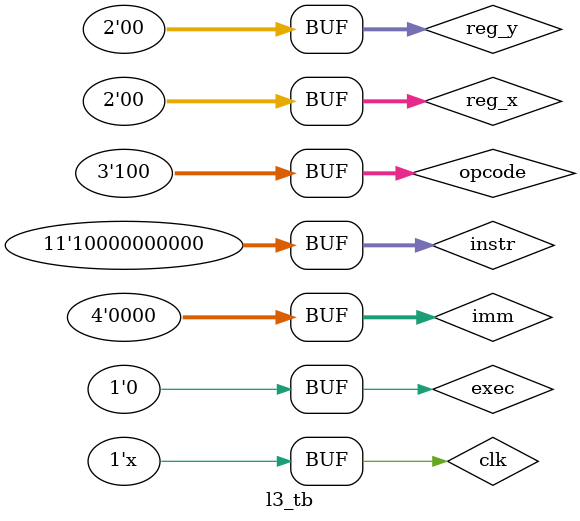
<source format=v>
`timescale 1ns / 1ps

module l3_tb();

    /* clock and instruction control */
    reg clk, exec;

    /* instruction: to be generated in the testbench part */
    reg [0:10] instr;   
    /*  4 different fields in an instruction */
    wire [0:2] opcode;  /* instr [0:2] */
    wire [1:0] reg_x;   /* instr [3:4] */
    wire [1:0] reg_y;   /* instr [5:6] */
    wire [3:0] imm;     /* instr [7:10] */
    
    /* control state machine outputs */
    wire extern, gout, iout, ain, gin, dpin, rdx, rdy, wrx, add_sub;
    
    /* state machine states */
    wire [3:0] smstate; 
    
    /* latch a output */
    wire [3:0] a_out_data;
    /* latch g output */
    wire [3:0] g_out_data;
    /* latch dp output */
    wire [3:0] dp_out_data;
        
    /* mux 2 output */
    wire [3:0] mux2_output;
    
    /* adder output */
    wire [3:0] adder_out;
    

    
    l3_SM sm(.clk(clk),
             .execute(exec),
             .operation(opcode),
             ._Extern(extern),
             .Gout(gout),
             .Iout(iout),
             .Ain(ain),
             .Gin(gin),
             .DPin(dpin),
             .RdX(rdx),
             .RdY(rdy),
             .WrX(wrx),
             .add_sub(add_sub),
             .cur_state(smstate));
       
    wire [3:0] rf_datain, rf_dataout;
    wire [6:0] seg;
    wire [7:0] an; 
      
    RF rf(.fpga_clk(clk),
           .DataIn(rf_datain),
           .AddrX(reg_x),
           .AddrY(reg_y),
           .RdX(rdx),
           .RdY(rdy),
           .WrX(wrx),
           .sm_state(smstate),
           .Dataout(rf_dataout),
           .seg(seg),
           .an(an));
           
     A a(.Ain(rf_dataout),
         .load_en(ain),
         .Aout(a_out_data));
         
     A g(.Ain(adder_out),
         .load_en(gin),
         .Aout(g_out_data));
        
	/* TODO 5: add DP latch */
	 A dp(.Ain(rf_dataout),
         .load_en(dpin),
         .Aout(dp_out_data)); 
         
	/* TODO 6: add a 2-to-1 MUX, use # for parameterizing */ 
	 mux_2_to_1 #(.bit_width(4)) m2 ( 
	               .in0(rf_dataout),
	               .in1(imm),
	               .sel(iout),
	               .mux_output(mux2_output));
     
     l2_adder adder(.in_A(a_out_data),
                    .in_B(mux2_output), /* TODO 7: modify the connection of the 2nd operand in Adder */ 
                    .add_sub(add_sub),
                    .adder_out(adder_out));
                    
     modified_mux m1(.input_data(imm),
                .G_data(g_out_data),
                .Gout(gout),
                ._Extern(extern),
                .mux_output(rf_datain));
  
    
    // clock generation
    initial begin
        clk = 0;
    end    
    always #1 clk = !clk;
    

    assign opcode = instr[0:2];
    assign reg_x = instr[3:4];
    assign reg_y = instr[5:6];
    assign imm = instr[7:10];
    
    // insturction test bench
    always   
    begin
        // initialization
        exec = 0;
        //  op = 3'b000, reg_x = 2'b00, reg_y = 2'b00, imm = 4'b0000
        instr = 11'b00000000000;       
        #2;
        
        // load 1 to reg 0 
        exec = 1;
        // op = 3'b000, reg_x = 2'b00, reg_y = 2'b00, imm = 4'b0001
        instr = 11'b00000000001;  
        #6;           
        // end of load 1 to reg 0
        // now, r0 = 1
        exec = 0;
        #2;
        
        // load 2 to reg 1
        exec = 1;
        // op = 3'b000, reg_x = 2'b01, reg_y = 2'b00, imm = 4'b0010
        instr = 11'b00001000010;      
        #6;         
        // end of load 2 to reg 1
        // now r1 = 2
        exec = 0;
        #2;     
  
        // load 4 to reg 2
        exec = 1;
        // op = 3'b000, reg_x = 2'b10, reg_y = 2'b00, imm = 4'b0100
        instr = 11'b00010000100;     
        #6;         
        // end of load 4 to reg 2
        // now r2 = 4
        exec = 0;
        #2;  
 
       // load 8 to reg 3
        exec = 1;
        // op = 3'b000, reg_x = 2'b11, reg_y = 2'b00, imm = 4'b1000
        instr = 11'b00011001000;      
        #6;         
        // end of load 8 to reg 3
        // now r3 = 8
        exec = 0;
        #2; 
        
        // move r3 to r2
        exec = 1;
        // op = 3'b001, reg_x = 2'b10, reg_y = 2'b11, imm = 4'b1000;
        instr = 11'b00110111000;
        #10;         
        // end of move r3 to r2
        // now r2 = 8
        exec = 0;
        #2;        
        
        //  add: r2 = r2 + r1
        exec = 1;
        // op = 3'b011, reg_x = 2'b10, reg_y = 2'b01, imm = 4'b1000;
        instr = 11'b01110011000;       
        #10;         
        // end of r2 = r2 + r1
        // now r2 = 10
        exec = 0;
        #2;           
   
        //  sub: r3 = r3 - r0
        exec = 1; 
        // op = 3'b010, reg_x = 2'b11, reg_y = 2'b00, imm = 4'b1000
        instr = 11'b01011001000;
        #10;         
        // end of r3 = r3 - r0
        // now r3 = 7
        exec = 0;
        #2;      
        
	/* TODO 8: add more test sequences for addi, subi, and disp */
	   // addi
	   exec = 1;
	   instr = 11'b11100000101;
	   /* This adds 5 to 7 to get 12 */
	   #10; /* what does this line do? */
	   exec = 0;
	   #2;  // what does this line do? 
	   
	   // subi
	   exec = 1;
	   instr = 11'b11000000010;
	   /* This subtracts 2 from 12 to get 10 */
	   #10; /* what does this line do? */
	   exec = 0;
	   #2;  // what does this line do?
	   
	   // disp
	   exec = 1;
	   instr = 11'b10000000000;
	   /* This displays 10 with the DP Latch */
	   #10; // what does this line do? 
	   exec = 0;
	   #2;  // what does this line do? 
        
   end     
    
endmodule

</source>
